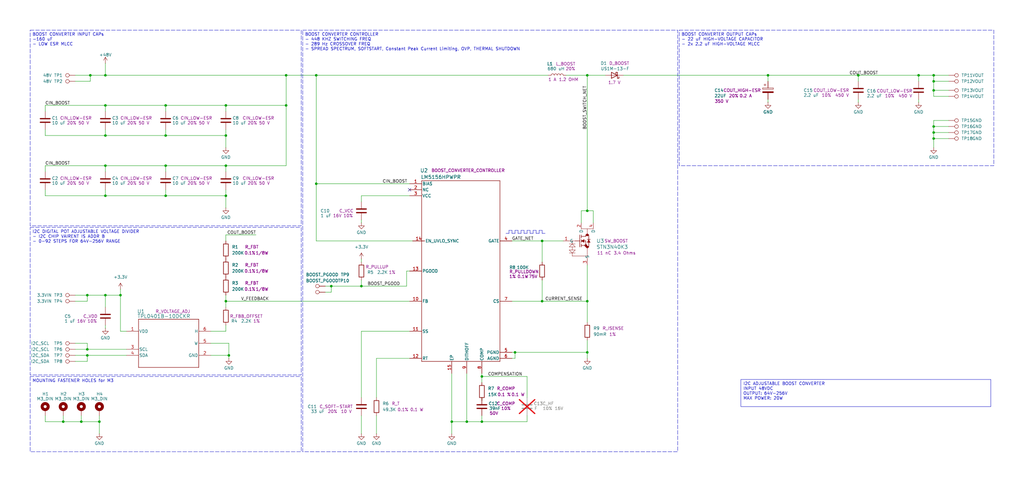
<source format=kicad_sch>
(kicad_sch (version 20250114) (generator "eeschema") (generator_version "9.0")
  (paper "User" 431.8 203.2)
  (title_block (title "Boost Converter Module") (date "2025-07-29") (rev "G") (company "Rack Robotics, Inc."))
  (text_box "BOOST CONVERTER CONTROLLER\n- 448 KHZ SWITCHING FREQ\n- 289 Hz CROSSOVER FREQ\n- SPREAD SPECTRUM, SOFTSTART, Constant Peak Current Limiting, OVP, THERMAL SHUTDOWN" (at 127.635 12.7 0) (size 158.115 177.8) (margins 0.9525 0.9525 0.9525 0.9525) (stroke (width 0) (type dash)) (effects (font (size 1.27 1.27)) (justify left top)))
  (text_box "BOOST CONVERTER INPUT CAPs\n-160 uF\n- LOW ESR MLCC" (at 12.7 12.7 0) (size 114.3 82.55) (margins 0.9525 0.9525 0.9525 0.9525) (stroke (width 0) (type dash)) (effects (font (size 1.27 1.27)) (justify left top)))
  (text_box "I2C DIGITAL POT ADJUSTABLE VOLTAGE DIVIDER\n- I2C CHIP VAIRENT IS ADDR B \n- 0-92 STEPS FOR 64V-256V RANGE" (at 12.7 95.885 0) (size 114.3 62.23) (margins 0.9525 0.9525 0.9525 0.9525) (stroke (width 0) (type dash)) (effects (font (size 1.27 1.27)) (justify left top)))
  (text_box "MOUNTING FASTENER HOLES for M3" (at 12.7 158.75 0) (size 114.3 31.75) (margins 0.9525 0.9525 0.9525 0.9525) (stroke (width 0) (type dash)) (effects (font (size 1.27 1.27)) (justify left top)))
  (text_box "BOOST CONVERTER OUTPUT CAPs\n- 22 uF HIGH-VOLTAGE CAPACITOR \n- 2x 2.2 uF HIGH-VOLTAGE MLCC" (at 286.385 12.7 0) (size 132.715 57.15) (margins 0.9525 0.9525 0.9525 0.9525) (stroke (width 0) (type dash)) (effects (font (size 1.27 1.27)) (justify left top)))
  (text_box "I2C ADJUSTABLE BOOST CONVERTER\nINPUT 48VDC\nOUTPUT: 64V-256V\nMAX POWER: 20W" (at 312.42 160.02 0) (size 105.41 11.43) (margins 0.9525 0.9525 0.9525 0.9525) (effects (font (size 1.27 1.27)) (justify left top)))
  (junction (at 228.6 127))
  (junction (at 95.25 44.45))
  (junction (at 69.85 57.15))
  (junction (at 50.8 124.46))
  (junction (at 44.45 57.15))
  (junction (at 44.45 31.75))
  (junction (at 387.35 31.75))
  (junction (at 44.45 82.55))
  (junction (at 393.7 58.42))
  (junction (at 247.65 88.9))
  (junction (at 120.65 31.75))
  (junction (at 95.25 57.15))
  (junction (at 95.25 82.55))
  (junction (at 69.85 69.85))
  (junction (at 95.25 127))
  (junction (at 393.7 53.34))
  (junction (at 36.83 124.46))
  (junction (at 361.95 31.75))
  (junction (at 393.7 55.88))
  (junction (at 34.29 177.8))
  (junction (at 96.52 149.86))
  (junction (at 393.7 31.75))
  (junction (at 41.91 177.8))
  (junction (at 152.4 120.65))
  (junction (at 393.7 38.1))
  (junction (at 133.35 77.47))
  (junction (at 69.85 82.55))
  (junction (at 323.85 31.75))
  (junction (at 120.65 44.45))
  (junction (at 247.65 31.75))
  (junction (at 196.85 177.8))
  (junction (at 38.1 31.75))
  (junction (at 36.83 149.86))
  (junction (at 44.45 69.85))
  (junction (at 190.5 177.8))
  (junction (at 139.7 120.65))
  (junction (at 247.65 148.59))
  (junction (at 247.65 127))
  (junction (at 203.2 158.75))
  (junction (at 203.2 177.8))
  (junction (at 133.35 31.75))
  (junction (at 36.83 147.32))
  (junction (at 69.85 44.45))
  (junction (at 393.7 34.29))
  (junction (at 95.25 69.85))
  (junction (at 217.17 148.59))
  (junction (at 44.45 124.46))
  (junction (at 228.6 101.6))
  (junction (at 44.45 44.45))
  (junction (at 26.67 177.8))
  (no_connect (at 172.72 80.01))
  (wire (pts (xy 323.85 34.29) (xy 323.85 31.75)))
  (wire (pts (xy 247.65 151.13) (xy 247.65 148.59)))
  (wire (pts (xy 31.75 152.4) (xy 36.83 152.4)))
  (wire (pts (xy 228.6 127) (xy 247.65 127)))
  (polyline (pts (xy 219.71 98.425) (xy 219.71 97.155)))
  (polyline (pts (xy 214.63 98.425) (xy 214.63 97.155)))
  (wire (pts (xy 152.4 120.65) (xy 171.45 120.65)))
  (wire (pts (xy 203.2 157.48) (xy 203.2 158.75)))
  (polyline (pts (xy 217.17 98.425) (xy 217.17 97.155)))
  (polyline (pts (xy 226.06 98.425) (xy 227.33 98.425)))
  (wire (pts (xy 323.85 31.75) (xy 361.95 31.75)))
  (wire (pts (xy 19.05 44.45) (xy 19.05 46.99)))
  (wire (pts (xy 262.89 31.75) (xy 323.85 31.75)))
  (wire (pts (xy 44.45 31.75) (xy 44.45 26.67)))
  (wire (pts (xy 133.35 77.47) (xy 133.35 101.6)))
  (polyline (pts (xy 218.44 98.425) (xy 219.71 98.425)))
  (wire (pts (xy 247.65 31.75) (xy 255.27 31.75)))
  (wire (pts (xy 158.75 175.26) (xy 158.75 182.88)))
  (wire (pts (xy 44.45 54.61) (xy 44.45 57.15)))
  (wire (pts (xy 222.25 175.26) (xy 222.25 177.8)))
  (wire (pts (xy 41.91 175.26) (xy 41.91 177.8)))
  (wire (pts (xy 152.4 139.7) (xy 172.72 139.7)))
  (wire (pts (xy 361.95 31.75) (xy 387.35 31.75)))
  (wire (pts (xy 215.9 101.6) (xy 228.6 101.6)))
  (wire (pts (xy 38.1 31.75) (xy 38.1 34.29)))
  (wire (pts (xy 393.7 40.64) (xy 393.7 38.1)))
  (wire (pts (xy 133.35 77.47) (xy 172.72 77.47)))
  (wire (pts (xy 222.25 158.75) (xy 203.2 158.75)))
  (wire (pts (xy 247.65 148.59) (xy 217.17 148.59)))
  (wire (pts (xy 38.1 31.75) (xy 44.45 31.75)))
  (wire (pts (xy 190.5 177.8) (xy 190.5 182.88)))
  (wire (pts (xy 152.4 85.09) (xy 152.4 82.55)))
  (wire (pts (xy 228.6 118.11) (xy 228.6 127)))
  (wire (pts (xy 36.83 152.4) (xy 36.83 149.86)))
  (wire (pts (xy 323.85 41.91) (xy 323.85 43.18)))
  (wire (pts (xy 133.35 31.75) (xy 120.65 31.75)))
  (wire (pts (xy 69.85 57.15) (xy 44.45 57.15)))
  (polyline (pts (xy 226.06 97.155) (xy 226.06 98.425)))
  (polyline (pts (xy 228.6 98.425) (xy 229.87 98.425)))
  (polyline (pts (xy 220.98 97.155) (xy 220.98 98.425)))
  (wire (pts (xy 95.25 72.39) (xy 95.25 69.85)))
  (wire (pts (xy 44.45 137.16) (xy 44.45 138.43)))
  (polyline (pts (xy 222.25 97.155) (xy 223.52 97.155)))
  (wire (pts (xy 36.83 124.46) (xy 44.45 124.46)))
  (wire (pts (xy 31.75 124.46) (xy 36.83 124.46)))
  (wire (pts (xy 120.65 69.85) (xy 95.25 69.85)))
  (wire (pts (xy 44.45 44.45) (xy 19.05 44.45)))
  (wire (pts (xy 26.67 177.8) (xy 34.29 177.8)))
  (polyline (pts (xy 228.6 97.155) (xy 228.6 98.425)))
  (wire (pts (xy 88.9 139.7) (xy 95.25 139.7)))
  (wire (pts (xy 69.85 69.85) (xy 69.85 72.39)))
  (wire (pts (xy 34.29 177.8) (xy 41.91 177.8)))
  (wire (pts (xy 217.17 148.59) (xy 215.9 148.59)))
  (wire (pts (xy 95.25 137.16) (xy 95.25 139.7)))
  (wire (pts (xy 95.25 82.55) (xy 69.85 82.55)))
  (wire (pts (xy 95.25 80.01) (xy 95.25 82.55)))
  (polyline (pts (xy 224.79 98.425) (xy 224.79 97.155)))
  (wire (pts (xy 247.65 127) (xy 247.65 135.89)))
  (wire (pts (xy 247.65 111.76) (xy 247.65 127)))
  (wire (pts (xy 88.9 144.78) (xy 96.52 144.78)))
  (wire (pts (xy 50.8 121.92) (xy 50.8 124.46)))
  (wire (pts (xy 34.29 175.26) (xy 34.29 177.8)))
  (wire (pts (xy 133.35 77.47) (xy 133.35 31.75)))
  (wire (pts (xy 31.75 34.29) (xy 38.1 34.29)))
  (wire (pts (xy 95.25 57.15) (xy 69.85 57.15)))
  (wire (pts (xy 95.25 69.85) (xy 69.85 69.85)))
  (wire (pts (xy 88.9 149.86) (xy 96.52 149.86)))
  (polyline (pts (xy 223.52 97.155) (xy 223.52 98.425)))
  (polyline (pts (xy 227.33 98.425) (xy 227.33 97.155)))
  (wire (pts (xy 400.05 55.88) (xy 393.7 55.88)))
  (wire (pts (xy 69.85 44.45) (xy 69.85 46.99)))
  (polyline (pts (xy 218.44 97.155) (xy 218.44 98.425)))
  (polyline (pts (xy 219.71 97.155) (xy 220.98 97.155)))
  (wire (pts (xy 172.72 114.3) (xy 171.45 114.3)))
  (wire (pts (xy 120.65 44.45) (xy 120.65 69.85)))
  (wire (pts (xy 50.8 124.46) (xy 50.8 139.7)))
  (wire (pts (xy 361.95 34.29) (xy 361.95 31.75)))
  (wire (pts (xy 152.4 118.11) (xy 152.4 120.65)))
  (polyline (pts (xy 224.79 97.155) (xy 226.06 97.155)))
  (wire (pts (xy 69.85 82.55) (xy 44.45 82.55)))
  (wire (pts (xy 158.75 167.64) (xy 158.75 151.13)))
  (wire (pts (xy 222.25 167.64) (xy 222.25 158.75)))
  (wire (pts (xy 247.65 88.9) (xy 250.19 88.9)))
  (wire (pts (xy 196.85 157.48) (xy 196.85 177.8)))
  (wire (pts (xy 44.45 80.01) (xy 44.45 82.55)))
  (wire (pts (xy 95.25 127) (xy 95.25 129.54)))
  (wire (pts (xy 190.5 157.48) (xy 190.5 177.8)))
  (wire (pts (xy 250.19 93.98) (xy 250.19 88.9)))
  (wire (pts (xy 69.85 54.61) (xy 69.85 57.15)))
  (wire (pts (xy 107.95 99.06) (xy 95.25 99.06)))
  (wire (pts (xy 228.6 101.6) (xy 228.6 110.49)))
  (wire (pts (xy 95.25 54.61) (xy 95.25 57.15)))
  (wire (pts (xy 152.4 175.26) (xy 152.4 182.88)))
  (wire (pts (xy 44.45 69.85) (xy 44.45 72.39)))
  (wire (pts (xy 133.35 101.6) (xy 173.99 101.6)))
  (wire (pts (xy 95.25 57.15) (xy 95.25 62.23)))
  (wire (pts (xy 44.45 124.46) (xy 44.45 129.54)))
  (wire (pts (xy 139.7 123.19) (xy 139.7 120.65)))
  (wire (pts (xy 69.85 69.85) (xy 44.45 69.85)))
  (wire (pts (xy 95.25 44.45) (xy 69.85 44.45)))
  (wire (pts (xy 120.65 31.75) (xy 120.65 44.45)))
  (wire (pts (xy 96.52 144.78) (xy 96.52 149.86)))
  (wire (pts (xy 203.2 158.75) (xy 203.2 161.29)))
  (wire (pts (xy 393.7 58.42) (xy 400.05 58.42)))
  (polyline (pts (xy 215.9 98.425) (xy 217.17 98.425)))
  (wire (pts (xy 44.45 124.46) (xy 50.8 124.46)))
  (wire (pts (xy 31.75 144.78) (xy 36.83 144.78)))
  (wire (pts (xy 95.25 99.06) (xy 95.25 101.6)))
  (wire (pts (xy 95.25 124.46) (xy 95.25 127)))
  (wire (pts (xy 387.35 31.75) (xy 387.35 34.29)))
  (wire (pts (xy 238.76 31.75) (xy 247.65 31.75)))
  (wire (pts (xy 393.7 34.29) (xy 393.7 31.75)))
  (wire (pts (xy 139.7 120.65) (xy 152.4 120.65)))
  (wire (pts (xy 245.11 88.9) (xy 247.65 88.9)))
  (wire (pts (xy 393.7 38.1) (xy 393.7 34.29)))
  (wire (pts (xy 137.16 120.65) (xy 139.7 120.65)))
  (wire (pts (xy 215.9 151.13) (xy 217.17 151.13)))
  (wire (pts (xy 393.7 50.8) (xy 400.05 50.8)))
  (wire (pts (xy 393.7 53.34) (xy 393.7 55.88)))
  (wire (pts (xy 152.4 92.71) (xy 152.4 93.98)))
  (wire (pts (xy 31.75 149.86) (xy 36.83 149.86)))
  (wire (pts (xy 393.7 53.34) (xy 400.05 53.34)))
  (wire (pts (xy 41.91 177.8) (xy 41.91 182.88)))
  (polyline (pts (xy 214.63 97.155) (xy 215.9 97.155)))
  (wire (pts (xy 137.16 123.19) (xy 139.7 123.19)))
  (wire (pts (xy 196.85 177.8) (xy 203.2 177.8)))
  (wire (pts (xy 95.25 46.99) (xy 95.25 44.45)))
  (wire (pts (xy 158.75 151.13) (xy 172.72 151.13)))
  (wire (pts (xy 31.75 147.32) (xy 36.83 147.32)))
  (wire (pts (xy 387.35 41.91) (xy 387.35 43.18)))
  (wire (pts (xy 217.17 151.13) (xy 217.17 148.59)))
  (polyline (pts (xy 217.17 97.155) (xy 218.44 97.155)))
  (wire (pts (xy 95.25 127) (xy 172.72 127)))
  (polyline (pts (xy 223.52 98.425) (xy 224.79 98.425)))
  (wire (pts (xy 222.25 177.8) (xy 203.2 177.8)))
  (wire (pts (xy 400.05 34.29) (xy 393.7 34.29)))
  (polyline (pts (xy 215.9 97.155) (xy 215.9 98.425)))
  (polyline (pts (xy 222.25 98.425) (xy 222.25 97.155)))
  (wire (pts (xy 44.45 57.15) (xy 19.05 57.15)))
  (wire (pts (xy 393.7 31.75) (xy 400.05 31.75)))
  (wire (pts (xy 215.9 127) (xy 228.6 127)))
  (wire (pts (xy 152.4 109.22) (xy 152.4 110.49)))
  (wire (pts (xy 36.83 144.78) (xy 36.83 147.32)))
  (wire (pts (xy 190.5 177.8) (xy 196.85 177.8)))
  (wire (pts (xy 400.05 40.64) (xy 393.7 40.64)))
  (polyline (pts (xy 227.33 97.155) (xy 228.6 97.155)))
  (wire (pts (xy 133.35 31.75) (xy 231.14 31.75)))
  (polyline (pts (xy 220.98 98.425) (xy 222.25 98.425)))
  (wire (pts (xy 203.2 175.26) (xy 203.2 177.8)))
  (wire (pts (xy 19.05 54.61) (xy 19.05 57.15)))
  (wire (pts (xy 19.05 80.01) (xy 19.05 82.55)))
  (wire (pts (xy 31.75 31.75) (xy 38.1 31.75)))
  (wire (pts (xy 245.11 93.98) (xy 245.11 88.9)))
  (wire (pts (xy 31.75 127) (xy 36.83 127)))
  (wire (pts (xy 69.85 80.01) (xy 69.85 82.55)))
  (wire (pts (xy 387.35 31.75) (xy 393.7 31.75)))
  (wire (pts (xy 36.83 149.86) (xy 53.34 149.86)))
  (wire (pts (xy 19.05 175.26) (xy 19.05 177.8)))
  (wire (pts (xy 361.95 41.91) (xy 361.95 43.18)))
  (wire (pts (xy 228.6 101.6) (xy 237.49 101.6)))
  (wire (pts (xy 44.45 31.75) (xy 120.65 31.75)))
  (polyline (pts (xy 213.36 98.425) (xy 214.63 98.425)))
  (wire (pts (xy 19.05 69.85) (xy 19.05 72.39)))
  (wire (pts (xy 96.52 149.86) (xy 96.52 151.13)))
  (wire (pts (xy 50.8 139.7) (xy 53.34 139.7)))
  (wire (pts (xy 203.2 167.64) (xy 203.2 168.91)))
  (wire (pts (xy 393.7 53.34) (xy 393.7 50.8)))
  (wire (pts (xy 247.65 31.75) (xy 247.65 88.9)))
  (wire (pts (xy 44.45 44.45) (xy 44.45 46.99)))
  (wire (pts (xy 152.4 82.55) (xy 172.72 82.55)))
  (wire (pts (xy 247.65 143.51) (xy 247.65 148.59)))
  (wire (pts (xy 393.7 58.42) (xy 393.7 62.23)))
  (wire (pts (xy 152.4 139.7) (xy 152.4 167.64)))
  (wire (pts (xy 36.83 147.32) (xy 53.34 147.32)))
  (wire (pts (xy 26.67 175.26) (xy 26.67 177.8)))
  (wire (pts (xy 400.05 38.1) (xy 393.7 38.1)))
  (wire (pts (xy 44.45 69.85) (xy 19.05 69.85)))
  (wire (pts (xy 44.45 82.55) (xy 19.05 82.55)))
  (wire (pts (xy 19.05 177.8) (xy 26.67 177.8)))
  (wire (pts (xy 171.45 114.3) (xy 171.45 120.65)))
  (wire (pts (xy 36.83 127) (xy 36.83 124.46)))
  (wire (pts (xy 95.25 82.55) (xy 95.25 87.63)))
  (wire (pts (xy 69.85 44.45) (xy 44.45 44.45)))
  (wire (pts (xy 393.7 55.88) (xy 393.7 58.42)))
  (wire (pts (xy 95.25 44.45) (xy 120.65 44.45)))
  (label "V_FEEDBACK" (at 101.6 127 0))
  (label "CIN_BOOST" (at 19.05 44.45 0))
  (label "COMPENSATION" (at 205.74 158.75 0))
  (label "CURRENT_SENSE" (at 229.87 127 0))
  (label "BOOST_PGOOD" (at 154.94 120.65 0))
  (label "CIN_BOOST" (at 161.29 77.47 0))
  (label "CIN_BOOST" (at 19.05 69.85 0))
  (label "BOOST_SWITCH_NET" (at 247.65 54.61 90))
  (label "GATE_NET" (at 215.9 101.6 0))
  (label "COUT_BOOST" (at 107.95 99.06 180))
  (label "COUT_BOOST" (at 358.14 31.75 0))
  (symbol (lib_id "power:GND") (at 361.95 43.18 0) (unit 1)
    (property "Reference" "#PWR015" (effects (hide yes)))
    (property "Value" "GND" (at 361.95 47.244 0))
    (property "Description" "Power symbol creates a global label with name \"GND\" , ground" (effects (hide yes)))
  )
  (symbol (lib_id "Connector:TestPoint") (at 400.05 50.8 270) (unit 1) (in_bom no)
    (property "Reference" "TP15" (at 405.384 50.8 90) (effects (justify left)))
    (property "Value" "GND" (at 409.956 50.8 90) (effects (justify left)))
    (property "Footprint" "powercore-development:TestPoint_TestPoint_Pad_2.0x2.0mm_No_Silkscreen" (effects (hide yes)))
    (property "Datasheet" "NULL" (effects (hide yes)))
    (property "Description" "NULL" (effects (hide yes)))
    (property "Manufacturer" "NULL" (effects (hide yes)))
    (property "Manufacturer#" "NULL" (effects (hide yes)))
    (property "Distributor" "NULL" (effects (hide yes)))
    (property "Distributor#" "NULL" (effects (hide yes)))
    (property "Role" "NULL" (effects (hide yes)))
  )
  (symbol (lib_id "Connector:TestPoint") (at 31.75 152.4 90) (unit 1) (in_bom no)
    (property "Reference" "TP8" (at 26.416 152.4 90) (effects (justify left)))
    (property "Value" "I2C_SDA" (at 20.828 152.4 90) (effects (justify left)))
    (property "Footprint" "powercore-development:TestPoint_TestPoint_Pad_2.0x2.0mm_No_Silkscreen" (effects (hide yes)))
    (property "Datasheet" "NULL" (effects (hide yes)))
    (property "Description" "NULL" (effects (hide yes)))
    (property "Manufacturer" "NULL" (effects (hide yes)))
    (property "Manufacturer#" "NULL" (effects (hide yes)))
    (property "Distributor" "NULL" (effects (hide yes)))
    (property "Distributor#" "NULL" (effects (hide yes)))
    (property "Role" "NULL" (effects (hide yes)))
  )
  (symbol (lib_id "Connector:TestPoint") (at 137.16 120.65 90) (unit 1) (in_bom no)
    (property "Reference" "TP9" (at 147.32 115.824 90) (effects (justify left)))
    (property "Value" "BOOST_PGOOD" (at 142.748 115.824 90) (effects (justify left)))
    (property "Footprint" "powercore-development:TestPoint_TestPoint_Pad_2.0x2.0mm_No_Silkscreen" (effects (hide yes)))
    (property "Datasheet" "NULL" (effects (hide yes)))
    (property "Description" "NULL" (effects (hide yes)))
    (property "Manufacturer" "NULL" (effects (hide yes)))
    (property "Manufacturer#" "NULL" (effects (hide yes)))
    (property "Distributor" "NULL" (effects (hide yes)))
    (property "Distributor#" "NULL" (effects (hide yes)))
    (property "Role" "NULL" (effects (hide yes)))
  )
  (symbol (lib_id "Device:C") (at 69.85 50.8 0) (unit 1)
    (property "Reference" "C6" (at 72.644 49.784 0) (effects (justify left)))
    (property "Value" "10 uF" (at 72.644 51.816 0) (effects (justify left)))
    (property "Footprint" "Capacitor_SMD:C_1206_3216Metric" (effects (hide yes)))
    (property "Datasheet" "https://mm.digikey.com/Volume0/opasdata/d220001/medias/docus/6358/CL31A106MBHNNNE.pdf" (effects (hide yes)))
    (property "Description" "10 µF ±20% 50V Ceramic Capacitor X5R 1206 (3216 Metric)" (effects (hide yes)))
    (property "Manufacturer" "Samsung Electro-Mechanics" (effects (hide yes)))
    (property "Manufacturer#" "CL31A106MBHNNNE" (effects (hide yes)))
    (property "Distributor" "Digikey Electronics, Inc." (effects (hide yes)))
    (property "Distributor#" "1276-6736-1-ND" (effects (hide yes)))
    (property "Role" "CIN_LOW-ESR" (at 82.804 49.784 0))
    (property "Tolerance" "20%" (at 81.026 51.816 0))
    (property "Max Voltage" "50 V" (at 86.106 51.816 0))
    (property "LCSC Part #" "C96600" (effects (hide yes)))
  )
  (symbol (lib_id "Mechanical:MountingHole_Pad") (at 26.67 172.72 0) (unit 1) (exclude_from_sim yes) (in_bom no)
    (property "Reference" "H2" (at 25.4 166.116 0) (effects (justify left)))
    (property "Value" "M3_DIN" (at 23.114 168.148 0) (effects (justify left)))
    (property "Footprint" "MountingHole:MountingHole_3.2mm_M3_DIN965_Pad_TopBottom" (effects (hide yes)))
    (property "Datasheet" "NULL" (effects (hide yes)))
    (property "Description" "M3 Mounting hole with op & bottom pads exposed" (effects (hide yes)))
    (property "Manufacturer" "NULL" (effects (hide yes)))
    (property "Manufacturer#" "NULL" (effects (hide yes)))
    (property "Distributor" "NULL" (effects (hide yes)))
    (property "Distributor#" "NULL" (effects (hide yes)))
    (property "Role" "NULL" (effects (hide yes)))
  )
  (symbol (lib_id "power:GND") (at 393.7 62.23 0) (unit 1)
    (property "Reference" "#PWR017" (effects (hide yes)))
    (property "Value" "GND" (at 393.7 66.294 0))
    (property "Description" "Power symbol creates a global label with name \"GND\" , ground" (effects (hide yes)))
  )
  (symbol (lib_id "Mechanical:MountingHole_Pad") (at 19.05 172.72 0) (unit 1) (exclude_from_sim yes) (in_bom no)
    (property "Reference" "H1" (at 17.78 166.116 0) (effects (justify left)))
    (property "Value" "M3_DIN" (at 15.494 168.148 0) (effects (justify left)))
    (property "Footprint" "MountingHole:MountingHole_3.2mm_M3_DIN965_Pad_TopBottom" (effects (hide yes)))
    (property "Datasheet" "NULL" (effects (hide yes)))
    (property "Description" "M3 Mounting hole with op & bottom pads exposed" (effects (hide yes)))
    (property "Manufacturer" "NULL" (effects (hide yes)))
    (property "Manufacturer#" "NULL" (effects (hide yes)))
    (property "Distributor" "NULL" (effects (hide yes)))
    (property "Distributor#" "NULL" (effects (hide yes)))
    (property "Role" "NULL" (effects (hide yes)))
  )
  (symbol (lib_id "Device:C") (at 387.35 38.1 0) (unit 1)
    (property "Reference" "C16" (at 365.506 38.354 0) (effects (justify left)))
    (property "Value" "2.2 uF" (at 365.506 40.386 0) (effects (justify left)))
    (property "Footprint" "Capacitor_SMD:C_2220_5750Metric" (effects (hide yes)))
    (property "Datasheet" "https://product.tdk.com/en/system/files?file=dam/doc/product/capacitor/ceramic/mlcc/catalog/mlcc_commercial_midvoltage_en.pdf" (effects (hide yes)))
    (property "Description" "2.2 µF ±10% 450V Ceramic Capacitor X6S 2220 (5750 Metric)" (effects (hide yes)))
    (property "Manufacturer" "TDK Corporation" (effects (hide yes)))
    (property "Manufacturer#" "TDK Corporation" (effects (hide yes)))
    (property "Distributor" "Digikey Electronics, Inc." (effects (hide yes)))
    (property "Distributor#" "445-7781-1-ND" (effects (hide yes)))
    (property "Role" "COUT_LOW-ESR" (at 377.19 38.354 0))
    (property "Tolerance" "10%" (at 375.158 40.386 0))
    (property "Ripple Current Max" "NULL" (effects (hide yes)))
    (property "Max Voltage" "450 V" (at 381.762 40.386 0))
    (property "LCSC Part #" "C445674" (effects (hide yes)))
  )
  (symbol (lib_id "Device:C") (at 69.85 76.2 0) (unit 1)
    (property "Reference" "C7" (at 72.644 75.184 0) (effects (justify left)))
    (property "Value" "10 uF" (at 72.644 77.216 0) (effects (justify left)))
    (property "Footprint" "Capacitor_SMD:C_1206_3216Metric" (effects (hide yes)))
    (property "Datasheet" "https://mm.digikey.com/Volume0/opasdata/d220001/medias/docus/6358/CL31A106MBHNNNE.pdf" (effects (hide yes)))
    (property "Description" "10 µF ±20% 50V Ceramic Capacitor X5R 1206 (3216 Metric)" (effects (hide yes)))
    (property "Manufacturer" "Samsung Electro-Mechanics" (effects (hide yes)))
    (property "Manufacturer#" "CL31A106MBHNNNE" (effects (hide yes)))
    (property "Distributor" "Digikey Electronics, Inc." (effects (hide yes)))
    (property "Distributor#" "1276-6736-1-ND" (effects (hide yes)))
    (property "Role" "CIN_LOW-ESR" (at 82.804 75.184 0))
    (property "Tolerance" "20%" (at 81.026 77.216 0))
    (property "Max Voltage" "50 V" (at 86.106 77.216 0))
    (property "LCSC Part #" "C96600" (effects (hide yes)))
  )
  (symbol (lib_id "Device:C") (at 19.05 50.8 0) (unit 1)
    (property "Reference" "C1" (at 21.844 49.784 0) (effects (justify left)))
    (property "Value" "10 uF" (at 21.844 51.816 0) (effects (justify left)))
    (property "Footprint" "Capacitor_SMD:C_1206_3216Metric" (effects (hide yes)))
    (property "Datasheet" "https://mm.digikey.com/Volume0/opasdata/d220001/medias/docus/6358/CL31A106MBHNNNE.pdf" (effects (hide yes)))
    (property "Description" "10 µF ±20% 50V Ceramic Capacitor X5R 1206 (3216 Metric)" (effects (hide yes)))
    (property "Manufacturer" "Samsung Electro-Mechanics" (effects (hide yes)))
    (property "Manufacturer#" "CL31A106MBHNNNE" (effects (hide yes)))
    (property "Distributor" "Digikey Electronics, Inc." (effects (hide yes)))
    (property "Distributor#" "1276-6736-1-ND" (effects (hide yes)))
    (property "Role" "CIN_LOW-ESR" (at 32.004 49.784 0))
    (property "Tolerance" "20%" (at 30.226 51.816 0))
    (property "Max Voltage" "50 V" (at 35.306 51.816 0))
    (property "LCSC Part #" "C96600" (effects (hide yes)))
  )
  (symbol (lib_id "Device:D_Schottky") (at 259.08 31.75 180) (unit 1)
    (property "Reference" "D1" (at 254.5715 26.67 0))
    (property "Value" "US1M-13-F" (at 259.334 28.956 0))
    (property "Footprint" "Diode_SMD:D_SMA" (effects (hide yes)))
    (property "Datasheet" "https://www.diodes.com/assets/Datasheets/ds16008.pdf" (effects (hide yes)))
    (property "Description" "DIODE GEN PURP 1KV 1A SMA" (effects (hide yes)))
    (property "Manufacturer" "Diodes Incorporated" (effects (hide yes)))
    (property "Manufacturer#" "US1M-13-F" (effects (hide yes)))
    (property "Distributor" "Digikey Electronics, Inc." (effects (hide yes)))
    (property "Distributor#" "US1M-FDICT-ND" (effects (hide yes)))
    (property "Role" "D_BOOST" (at 261.112 26.67 0))
    (property "Forward Voltage" "1.7 V" (at 259.08 34.798 0))
    (property "LCSC Part #" "C99333" (effects (hide yes)))
  )
  (symbol (lib_id "Mechanical:MountingHole_Pad") (at 41.91 172.72 0) (unit 1) (exclude_from_sim yes) (in_bom no)
    (property "Reference" "H4" (at 40.64 166.116 0) (effects (justify left)))
    (property "Value" "M3_DIN" (at 38.354 168.148 0) (effects (justify left)))
    (property "Footprint" "MountingHole:MountingHole_3.2mm_M3_DIN965_Pad_TopBottom" (effects (hide yes)))
    (property "Datasheet" "NULL" (effects (hide yes)))
    (property "Description" "M3 Mounting hole with op & bottom pads exposed" (effects (hide yes)))
    (property "Manufacturer" "NULL" (effects (hide yes)))
    (property "Manufacturer#" "NULL" (effects (hide yes)))
    (property "Distributor" "NULL" (effects (hide yes)))
    (property "Distributor#" "NULL" (effects (hide yes)))
    (property "Role" "NULL" (effects (hide yes)))
  )
  (symbol (lib_id "powercore-development:TPL0401B-10DCKR") (at 71.12 144.78 0) (unit 1)
    (property "Reference" "U1" (at 59.436 131.318 0) (effects (font (size 1.524 1.524))))
    (property "Value" "TPL0401B-10DCKR" (at 69.088 133.35 0) (effects (font (size 1.524 1.524))))
    (property "Footprint" "powercore-development:TPL0401B-10DCKR" (effects (hide yes)))
    (property "Datasheet" "https://www.ti.com/general/docs/suppproductinfo.tsp?distId=10&gotoUrl=https%3A%2F%2Fwww.ti.com%2Flit%2Fgpn%2Ftpl0401b-10" (effects (hide yes)))
    (property "Description" "Digital Potentiometer 10k Ohm 1 Circuit 128 Taps I2C Interface SC-70-6" (effects (hide yes)))
    (property "Manufacturer" "Texas Instruments" (effects (hide yes)))
    (property "Manufacturer#" "TPL0401B-10DCKR" (effects (hide yes)))
    (property "Distributor" "Digikey Electronics, Inc." (effects (hide yes)))
    (property "Distributor#" "296-29677-1-ND" (effects (hide yes)))
    (property "Role" "R_VOLTAGE_ADJ" (at 72.898 131.318 0))
    (property "LCSC Part #" "C2666599" (effects (hide yes)))
  )
  (symbol (lib_id "power:GND") (at 190.5 182.88 0) (unit 1)
    (property "Reference" "#PWR012" (effects (hide yes)))
    (property "Value" "GND" (at 190.5 186.944 0))
    (property "Description" "Power symbol creates a global label with name \"GND\" , ground" (effects (hide yes)))
  )
  (symbol (lib_id "Connector:TestPoint") (at 31.75 144.78 90) (unit 1) (in_bom no)
    (property "Reference" "TP5" (at 26.416 144.78 90) (effects (justify left)))
    (property "Value" "I2C_SCL" (at 20.828 144.78 90) (effects (justify left)))
    (property "Footprint" "powercore-development:TestPoint_TestPoint_Pad_2.0x2.0mm_No_Silkscreen" (effects (hide yes)))
    (property "Datasheet" "NULL" (effects (hide yes)))
    (property "Description" "NULL" (effects (hide yes)))
    (property "Manufacturer" "NULL" (effects (hide yes)))
    (property "Manufacturer#" "NULL" (effects (hide yes)))
    (property "Distributor" "NULL" (effects (hide yes)))
    (property "Distributor#" "NULL" (effects (hide yes)))
    (property "Role" "NULL" (effects (hide yes)))
  )
  (symbol (lib_id "Connector:TestPoint") (at 400.05 40.64 270) (unit 1) (in_bom no)
    (property "Reference" "TP14" (at 405.384 40.64 90) (effects (justify left)))
    (property "Value" "VOUT" (at 409.956 40.64 90) (effects (justify left)))
    (property "Footprint" "powercore-development:TestPoint_TestPoint_Pad_2.0x2.0mm_No_Silkscreen" (effects (hide yes)))
    (property "Datasheet" "NULL" (effects (hide yes)))
    (property "Description" "NULL" (effects (hide yes)))
    (property "Manufacturer" "NULL" (effects (hide yes)))
    (property "Manufacturer#" "NULL" (effects (hide yes)))
    (property "Distributor" "NULL" (effects (hide yes)))
    (property "Distributor#" "NULL" (effects (hide yes)))
    (property "Role" "NULL" (effects (hide yes)))
  )
  (symbol (lib_id "Connector:TestPoint") (at 31.75 127 90) (unit 1) (in_bom no)
    (property "Reference" "TP4" (at 26.416 127 90) (effects (justify left)))
    (property "Value" "3.3VIN" (at 21.844 127 90) (effects (justify left)))
    (property "Footprint" "powercore-development:TestPoint_TestPoint_Pad_2.0x2.0mm_No_Silkscreen" (effects (hide yes)))
    (property "Datasheet" "NULL" (effects (hide yes)))
    (property "Description" "NULL" (effects (hide yes)))
    (property "Manufacturer" "NULL" (effects (hide yes)))
    (property "Manufacturer#" "NULL" (effects (hide yes)))
    (property "Distributor" "NULL" (effects (hide yes)))
    (property "Distributor#" "NULL" (effects (hide yes)))
    (property "Role" "NULL" (effects (hide yes)))
  )
  (symbol (lib_id "Device:R") (at 247.65 139.7 0) (unit 1)
    (property "Reference" "R9" (at 250.19 138.4299 0) (effects (justify left)))
    (property "Value" "90mR" (at 250.19 140.9699 0) (effects (justify left)))
    (property "Footprint" "Resistor_SMD:R_1206_3216Metric" (effects (hide yes)))
    (property "Datasheet" "https://www.yageo.com/upload/media/product/app/datasheet/rchip/pyu-rl_group_521_rohs_l.pdf" (effects (hide yes)))
    (property "Description" "90 mOhms ±1% 0.25W, 1/4W Chip Resistor 1206 (3216 Metric) Current Sense Thick Film" (effects (hide yes)))
    (property "Manufacturer" "YAGEO" (effects (hide yes)))
    (property "Manufacturer#" "RL1206FR-070R09L" (effects (hide yes)))
    (property "Distributor" "Digikey Electronics, Inc." (effects (hide yes)))
    (property "Distributor#" "13-RL1206FR-070R09LCT-ND" (effects (hide yes)))
    (property "Role" "R_ISENSE" (at 258.572 138.43 0))
    (property "Tolerance" "1%" (at 258.318 140.97 0))
    (property "Power" "0.25 W" (effects (hide yes)))
    (property "LCSC Part #" "C375525" (effects (hide yes)))
  )
  (symbol (lib_id "power:GND") (at 387.35 43.18 0) (unit 1)
    (property "Reference" "#PWR016" (effects (hide yes)))
    (property "Value" "GND" (at 387.35 47.244 0))
    (property "Description" "Power symbol creates a global label with name \"GND\" , ground" (effects (hide yes)))
  )
  (symbol (lib_id "Device:C") (at 44.45 50.8 0) (unit 1)
    (property "Reference" "C3" (at 47.244 49.784 0) (effects (justify left)))
    (property "Value" "10 uF" (at 47.244 51.816 0) (effects (justify left)))
    (property "Footprint" "Capacitor_SMD:C_1206_3216Metric" (effects (hide yes)))
    (property "Datasheet" "https://mm.digikey.com/Volume0/opasdata/d220001/medias/docus/6358/CL31A106MBHNNNE.pdf" (effects (hide yes)))
    (property "Description" "10 µF ±20% 50V Ceramic Capacitor X5R 1206 (3216 Metric)" (effects (hide yes)))
    (property "Manufacturer" "Samsung Electro-Mechanics" (effects (hide yes)))
    (property "Manufacturer#" "CL31A106MBHNNNE" (effects (hide yes)))
    (property "Distributor" "Digikey Electronics, Inc." (effects (hide yes)))
    (property "Distributor#" "1276-6736-1-ND" (effects (hide yes)))
    (property "Role" "CIN_LOW-ESR" (at 57.404 49.784 0))
    (property "Tolerance" "20%" (at 55.626 51.816 0))
    (property "Max Voltage" "50 V" (at 60.706 51.816 0))
    (property "LCSC Part #" "C96600" (effects (hide yes)))
  )
  (symbol (lib_id "Connector:TestPoint") (at 400.05 34.29 270) (unit 1) (in_bom no)
    (property "Reference" "TP12" (at 405.384 34.29 90) (effects (justify left)))
    (property "Value" "VOUT" (at 409.956 34.29 90) (effects (justify left)))
    (property "Footprint" "powercore-development:TestPoint_TestPoint_Pad_2.0x2.0mm_No_Silkscreen" (effects (hide yes)))
    (property "Datasheet" "NULL" (effects (hide yes)))
    (property "Description" "NULL" (effects (hide yes)))
    (property "Manufacturer" "NULL" (effects (hide yes)))
    (property "Manufacturer#" "NULL" (effects (hide yes)))
    (property "Distributor" "NULL" (effects (hide yes)))
    (property "Distributor#" "NULL" (effects (hide yes)))
    (property "Role" "NULL" (effects (hide yes)))
  )
  (symbol (lib_id "Connector:TestPoint") (at 31.75 149.86 90) (unit 1) (in_bom no)
    (property "Reference" "TP7" (at 26.416 149.86 90) (effects (justify left)))
    (property "Value" "I2C_SDA" (at 20.828 149.86 90) (effects (justify left)))
    (property "Footprint" "powercore-development:TestPoint_TestPoint_Pad_2.0x2.0mm_No_Silkscreen" (effects (hide yes)))
    (property "Datasheet" "NULL" (effects (hide yes)))
    (property "Description" "NULL" (effects (hide yes)))
    (property "Manufacturer" "NULL" (effects (hide yes)))
    (property "Manufacturer#" "NULL" (effects (hide yes)))
    (property "Distributor" "NULL" (effects (hide yes)))
    (property "Distributor#" "NULL" (effects (hide yes)))
    (property "Role" "NULL" (effects (hide yes)))
  )
  (symbol (lib_id "Device:R") (at 152.4 114.3 0) (mirror y) (unit 1)
    (property "Reference" "R5" (at 156.21 114.808 0))
    (property "Value" "2.2K" (at 161.29 114.808 0))
    (property "Footprint" "Resistor_SMD:R_0603_1608Metric" (effects (hide yes)))
    (property "Datasheet" "https://www.yageo.com/upload/media/product/products/datasheet/rchip/PYu-RC_Group_51_RoHS_L_12.pdf" (effects (hide yes)))
    (property "Description" "2.2 kOhms ±1% 0.1W, 1/10W Chip Resistor 0603 (1608 Metric) Moisture Resistant Thick Film" (effects (hide yes)))
    (property "Manufacturer" "YAGEO" (effects (hide yes)))
    (property "Tolerance" "1%" (at 165.354 114.808 0))
    (property "Role" "R_PULLUP" (at 159.004 112.522 0))
    (property "Manufacturer#" "13-RC0603FR-132K2LCT-ND" (effects (hide yes)))
    (property "Distributor" "Digikey Electronics, Inc." (effects (hide yes)))
    (property "Distributor#" "13-RC0603FR-132K2LCT-ND" (effects (hide yes)))
    (property "LCSC Part #" "C3032396" (effects (hide yes)))
  )
  (symbol (lib_id "Device:C") (at 44.45 76.2 0) (unit 1)
    (property "Reference" "C4" (at 47.244 75.184 0) (effects (justify left)))
    (property "Value" "10 uF" (at 47.244 77.216 0) (effects (justify left)))
    (property "Footprint" "Capacitor_SMD:C_1206_3216Metric" (effects (hide yes)))
    (property "Datasheet" "https://mm.digikey.com/Volume0/opasdata/d220001/medias/docus/6358/CL31A106MBHNNNE.pdf" (effects (hide yes)))
    (property "Description" "10 µF ±20% 50V Ceramic Capacitor X5R 1206 (3216 Metric)" (effects (hide yes)))
    (property "Manufacturer" "Samsung Electro-Mechanics" (effects (hide yes)))
    (property "Manufacturer#" "CL31A106MBHNNNE" (effects (hide yes)))
    (property "Distributor" "Digikey Electronics, Inc." (effects (hide yes)))
    (property "Distributor#" "1276-6736-1-ND" (effects (hide yes)))
    (property "Role" "CIN_LOW-ESR" (at 57.404 75.184 0))
    (property "Tolerance" "20%" (at 55.626 77.216 0))
    (property "Max Voltage" "50 V" (at 60.706 77.216 0))
    (property "LCSC Part #" "C96600" (effects (hide yes)))
  )
  (symbol (lib_id "Device:R") (at 95.25 113.03 0) (unit 1)
    (property "Reference" "R2" (at 97.79 111.7599 0) (effects (justify left)))
    (property "Value" "200K" (at 97.79 114.2999 0) (effects (justify left)))
    (property "Footprint" "Resistor_SMD:R_0805_2012Metric" (effects (hide yes)))
    (property "Datasheet" "https://www.yageo.com/upload/media/product/app/datasheet/rchip/pyu-rt_1-to-0.01_rohs_l.pdf" (effects (hide yes)))
    (property "Description" "200 kOhms ±0.1% 0.125W, 1/8W Chip Resistor 0805 (2012 Metric) Thin Film" (effects (hide yes)))
    (property "Manufacturer" "YAGEO" (effects (hide yes)))
    (property "Manufacturer#" "RT0805BRD07200KL" (effects (hide yes)))
    (property "Distributor" "Digikey Electronics, Inc." (effects (hide yes)))
    (property "Distributor#" "YAG3357CT-ND" (effects (hide yes)))
    (property "Role" "R_FBT" (at 106.172 111.76 0))
    (property "Tolerance" "0.1%" (at 105.41 114.3 0))
    (property "Power" "1/8W" (at 110.49 114.3 0))
    (property "LCSC Part #" "C728645" (effects (hide yes)))
  )
  (symbol (lib_id "Device:L") (at 234.95 31.75 90) (unit 1)
    (property "Reference" "L1" (at 231.902 26.924 90) (effects (font (thickness 0.254) (bold yes))))
    (property "Value" "680 uH" (at 234.442 28.956 90))
    (property "Footprint" "powercore-development:SRR1210-681M" (effects (hide yes)))
    (property "Datasheet" "https://www.bourns.com/docs/Product-Datasheets/SRR1210.pdf" (effects (hide yes)))
    (property "Description" "680 µH Shielded Drum Core, Wirewound Inductor 1 A 1.2Ohm Max Nonstandard" (effects (hide yes)))
    (property "Manufacturer" "Bourns Inc." (effects (hide yes)))
    (property "Manufacturer#" "SRR1210-681M" (effects (hide yes)))
    (property "Distributor" "Digikey Electroncis, Inc." (effects (hide yes)))
    (property "Distributor#" "SRR1210-681MCT-ND" (effects (hide yes)))
    (property "Role" "L_BOOST" (at 238.506 26.924 90))
    (property "DCR" "1.2 OHM" (at 239.776 33.528 90))
    (property "Tolerance" "20%" (at 240.538 28.956 90))
    (property "Max Current" "1 A" (at 232.918 33.528 90))
    (property "LCSC Part #" "NULL" (effects (hide yes)))
  )
  (symbol (lib_id "Device:C") (at 152.4 171.45 0) (mirror y) (unit 1)
    (property "Reference" "C11" (at 133.604 171.45 0) (effects (justify left)))
    (property "Value" "33 uF" (at 136.906 173.482 0) (effects (justify left)))
    (property "Footprint" "Capacitor_SMD:C_0805_2012Metric" (effects (hide yes)))
    (property "Datasheet" "https://product.tdk.com/system/files/dam/doc/product/capacitor/ceramic/mlcc/catalog/mlcc_commercial_general_en.pdf" (effects (hide yes)))
    (property "Description" "33 µF ±20% 10V Ceramic Capacitor X5R 0805 (2012 Metric)" (effects (hide yes)))
    (property "Manufacturer" "TDK Corporation" (effects (hide yes)))
    (property "Manufacturer#" "C2012X5R1A336MTJ00E" (effects (hide yes)))
    (property "Distributor" "Digikey Electronics, Inc." (effects (hide yes)))
    (property "Distributor#" "445-8238-1-ND" (effects (hide yes)))
    (property "Role" "C_SOFT-START" (at 141.732 171.45 0))
    (property "Tolerance" "20%" (at 140.208 173.482 0))
    (property "Max Voltage" "10 V" (at 146.05 173.482 0))
    (property "LCSC Part #" "C342635" (effects (hide yes)))
  )
  (symbol (lib_id "Device:R") (at 95.25 133.35 0) (mirror x) (unit 1)
    (property "Reference" "R4" (at 98.806 135.382 0))
    (property "Value" "2.2K" (at 103.886 135.382 0))
    (property "Footprint" "Resistor_SMD:R_0603_1608Metric" (effects (hide yes)))
    (property "Datasheet" "https://www.yageo.com/upload/media/product/products/datasheet/rchip/PYu-RC_Group_51_RoHS_L_12.pdf" (effects (hide yes)))
    (property "Description" "2.2 kOhms ±1% 0.1W, 1/10W Chip Resistor 0603 (1608 Metric) Moisture Resistant Thick Film" (effects (hide yes)))
    (property "Manufacturer" "YAGEO" (effects (hide yes)))
    (property "Tolerance" "1%" (at 108.204 135.382 0))
    (property "Role" "R_FBB_OFFSET" (at 103.886 133.35 0))
    (property "Manufacturer#" "13-RC0603FR-132K2LCT-ND" (effects (hide yes)))
    (property "Distributor" "Digikey Electronics, Inc." (effects (hide yes)))
    (property "Distributor#" "13-RC0603FR-132K2LCT-ND" (effects (hide yes)))
    (property "LCSC Part #" "C3032396" (effects (hide yes)))
  )
  (symbol (lib_id "power:GND") (at 95.25 62.23 0) (unit 1)
    (property "Reference" "#PWR05" (effects (hide yes)))
    (property "Value" "GND" (at 95.25 66.294 0))
    (property "Description" "Power symbol creates a global label with name \"GND\" , ground" (effects (hide yes)))
  )
  (symbol (lib_id "Connector:TestPoint") (at 400.05 55.88 270) (unit 1) (in_bom no)
    (property "Reference" "TP17" (at 405.384 55.88 90) (effects (justify left)))
    (property "Value" "GND" (at 409.956 55.88 90) (effects (justify left)))
    (property "Footprint" "powercore-development:TestPoint_TestPoint_Pad_2.0x2.0mm_No_Silkscreen" (effects (hide yes)))
    (property "Datasheet" "NULL" (effects (hide yes)))
    (property "Description" "NULL" (effects (hide yes)))
    (property "Manufacturer" "NULL" (effects (hide yes)))
    (property "Manufacturer#" "NULL" (effects (hide yes)))
    (property "Distributor" "NULL" (effects (hide yes)))
    (property "Distributor#" "NULL" (effects (hide yes)))
    (property "Role" "NULL" (effects (hide yes)))
  )
  (symbol (lib_id "Device:C") (at 361.95 38.1 0) (unit 1)
    (property "Reference" "C15" (at 338.836 38.1 0) (effects (justify left)))
    (property "Value" "2.2 uF" (at 338.836 40.132 0) (effects (justify left)))
    (property "Footprint" "Capacitor_SMD:C_2220_5750Metric" (effects (hide yes)))
    (property "Datasheet" "https://product.tdk.com/en/system/files?file=dam/doc/product/capacitor/ceramic/mlcc/catalog/mlcc_commercial_midvoltage_en.pdf" (effects (hide yes)))
    (property "Description" "2.2 µF ±10% 450V Ceramic Capacitor X6S 2220 (5750 Metric)" (effects (hide yes)))
    (property "Manufacturer" "TDK Corporation" (effects (hide yes)))
    (property "Manufacturer#" "TDK Corporation" (effects (hide yes)))
    (property "Distributor" "Digikey Electronics, Inc." (effects (hide yes)))
    (property "Distributor#" "445-7781-1-ND" (effects (hide yes)))
    (property "Role" "COUT_LOW-ESR" (at 350.52 38.1 0))
    (property "Tolerance" "10%" (at 348.488 40.132 0))
    (property "Ripple Current Max" "NULL" (effects (hide yes)))
    (property "Max Voltage" "450 V" (at 355.092 40.132 0))
    (property "LCSC Part #" "C445674" (effects (hide yes)))
  )
  (symbol (lib_id "Connector:TestPoint") (at 400.05 58.42 270) (unit 1) (in_bom no)
    (property "Reference" "TP18" (at 405.384 58.42 90) (effects (justify left)))
    (property "Value" "GND" (at 409.956 58.42 90) (effects (justify left)))
    (property "Footprint" "powercore-development:TestPoint_TestPoint_Pad_2.0x2.0mm_No_Silkscreen" (effects (hide yes)))
    (property "Datasheet" "NULL" (effects (hide yes)))
    (property "Description" "NULL" (effects (hide yes)))
    (property "Manufacturer" "NULL" (effects (hide yes)))
    (property "Manufacturer#" "NULL" (effects (hide yes)))
    (property "Distributor" "NULL" (effects (hide yes)))
    (property "Distributor#" "NULL" (effects (hide yes)))
    (property "Role" "NULL" (effects (hide yes)))
  )
  (symbol (lib_id "Device:C") (at 152.4 88.9 0) (unit 1)
    (property "Reference" "C10" (at 135.128 88.9 0) (effects (justify left)))
    (property "Value" "1 uF" (at 135.128 90.932 0) (effects (justify left)))
    (property "Footprint" "Capacitor_SMD:C_0603_1608Metric" (effects (hide yes)))
    (property "Datasheet" "https://www.yageo.com/upload/media/product/app/datasheet/mlcc/upy-gphc_x5r_4v-to-50v.pdf" (effects (hide yes)))
    (property "Description" "1 µF ±10% 16V Ceramic Capacitor X5R 0603 (1608 Metric)" (effects (hide yes)))
    (property "Manufacturer" "YAGEO" (effects (hide yes)))
    (property "Manufacturer#" "CC0603KRX5R7BB105" (effects (hide yes)))
    (property "Distributor" "Digikey Electronics, Inc." (effects (hide yes)))
    (property "Distributor#" "311-1444-1-ND" (effects (hide yes)))
    (property "Role" "C_VCC" (at 146.05 88.9 0))
    (property "Tolerance" "10%" (at 146.812 90.932 0))
    (property "Max Voltage" "16V" (at 142.24 90.932 0))
    (property "LCSC Part #" "C106215" (effects (hide yes)))
  )
  (symbol (lib_id "power:+3.3V") (at 152.4 109.22 0) (unit 1)
    (property "Reference" "#PWR09" (effects (hide yes)))
    (property "Value" "+3.3V" (at 152.4 104.14 0))
    (property "Description" "Power symbol creates a global label with name \"+3.3V\"" (effects (hide yes)))
  )
  (symbol (lib_id "Device:R") (at 158.75 171.45 0) (unit 1)
    (property "Reference" "R6" (at 161.29 170.1799 0) (effects (justify left)))
    (property "Value" "49.3K" (at 161.29 172.7199 0) (effects (justify left)))
    (property "Footprint" "Resistor_SMD:R_0603_1608Metric" (effects (hide yes)))
    (property "Datasheet" "https://www.yageo.com/upload/media/product/app/datasheet/rchip/pyu-rt_1-to-0.01_rohs_l.pdf" (effects (hide yes)))
    (property "Description" "49.3 kOhms ±0.1% 0.1W, 1/10W Chip Resistor 0603 (1608 Metric) Thin Film" (effects (hide yes)))
    (property "Manufacturer" "YAGEO" (effects (hide yes)))
    (property "Manufacturer#" "AT0603BRD0749K3L" (effects (hide yes)))
    (property "Distributor" "Digikey Electronics, Inc." (effects (hide yes)))
    (property "Distributor#" "13-RT0603BRD0749K3LCT-ND" (effects (hide yes)))
    (property "Role" "R_T" (at 166.878 170.18 0))
    (property "Tolerance" "0.1%" (at 169.926 172.72 0))
    (property "Power" "0.1 W" (at 175.768 172.72 0))
    (property "LCSC Part #" "C861433" (effects (hide yes)))
  )
  (symbol (lib_id "power:GND") (at 152.4 93.98 0) (unit 1)
    (property "Reference" "#PWR08" (effects (hide yes)))
    (property "Value" "GND" (at 152.4 98.044 0))
    (property "Description" "Power symbol creates a global label with name \"GND\" , ground" (effects (hide yes)))
  )
  (symbol (lib_id "power:GND") (at 158.75 182.88 0) (unit 1)
    (property "Reference" "#PWR011" (effects (hide yes)))
    (property "Value" "GND" (at 158.75 186.944 0))
    (property "Description" "Power symbol creates a global label with name \"GND\" , ground" (effects (hide yes)))
  )
  (symbol (lib_id "power:+3.3V") (at 50.8 121.92 0) (unit 1)
    (property "Reference" "#PWR04" (effects (hide yes)))
    (property "Value" "+3.3V" (at 50.8 116.84 0))
    (property "Description" "Power symbol creates a global label with name \"+3.3V\"" (effects (hide yes)))
  )
  (symbol (lib_id "Device:C") (at 222.25 171.45 0) (unit 1) (in_bom no) (dnp yes)
    (property "Reference" "C13" (at 225.044 170.18 0) (effects (justify left)))
    (property "Value" "F" (at 225.298 172.212 0) (effects (justify left)))
    (property "Footprint" "Capacitor_SMD:C_0603_1608Metric" (effects (hide yes)))
    (property "Datasheet" "NULL" (effects (hide yes)))
    (property "Description" "NULL" (effects (hide yes)))
    (property "Manufacturer" "NULL" (effects (hide yes)))
    (property "Manufacturer#" "NULL" (effects (hide yes)))
    (property "Distributor" "Digikey Electronics, Inc." (effects (hide yes)))
    (property "Distributor#" "NULL" (effects (hide yes)))
    (property "Role" "C_HF" (at 231.14 170.18 0))
    (property "Tolerance" "10%" (at 230.886 172.212 0))
    (property "Max Voltage" "16V" (at 235.712 172.212 0))
    (property "LCSC Part #" "NULL" (effects (hide yes)))
  )
  (symbol (lib_id "Device:C_Polarized") (at 323.85 38.1 0) (unit 1)
    (property "Reference" "C14" (at 301.244 38.1 0) (effects (justify left)))
    (property "Value" "22UF" (at 301.244 40.386 0) (effects (justify left)))
    (property "Footprint" "powercore-development:226TTA350M" (effects (hide yes)))
    (property "Datasheet" "https://www.cde.com/resources/catalogs/TTA.pdf" (effects (hide yes)))
    (property "Description" "22 µF 350 V Aluminum Electrolytic Capacitors Axial, Can 15.072Ohm @ 120Hz 2000 Hrs @ 85°C" (effects (hide yes)))
    (property "Manufacturer" "Cornell Dubilier Knowles" (effects (hide yes)))
    (property "Manufacturer#" "226TTA350M" (effects (hide yes)))
    (property "Distributor" "Digikey Electronics, Inc." (effects (hide yes)))
    (property "Distributor#" "1572-1694-ND" (effects (hide yes)))
    (property "Role" "COUT_HIGH-ESR" (at 312.928 38.1 0))
    (property "Tolerance" "20%" (at 309.372 40.386 0))
    (property "Ripple Current Max" "0.2 A" (at 314.452 40.386 0))
    (property "Max Voltage" "350 V" (at 304.292 42.672 0))
    (property "LCSC Part #" "C6077372" (effects (hide yes)))
  )
  (symbol (lib_id "power:GND") (at 96.52 151.13 0) (unit 1)
    (property "Reference" "#PWR07" (effects (hide yes)))
    (property "Value" "GND" (at 96.52 155.194 0))
    (property "Description" "Power symbol creates a global label with name \"GND\" , ground" (effects (hide yes)))
  )
  (symbol (lib_id "Device:C") (at 19.05 76.2 0) (unit 1)
    (property "Reference" "C2" (at 21.844 75.184 0) (effects (justify left)))
    (property "Value" "10 uF" (at 21.844 77.216 0) (effects (justify left)))
    (property "Footprint" "Capacitor_SMD:C_1206_3216Metric" (effects (hide yes)))
    (property "Datasheet" "https://mm.digikey.com/Volume0/opasdata/d220001/medias/docus/6358/CL31A106MBHNNNE.pdf" (effects (hide yes)))
    (property "Description" "10 µF ±20% 50V Ceramic Capacitor X5R 1206 (3216 Metric)" (effects (hide yes)))
    (property "Manufacturer" "Samsung Electro-Mechanics" (effects (hide yes)))
    (property "Manufacturer#" "CL31A106MBHNNNE" (effects (hide yes)))
    (property "Distributor" "Digikey Electronics, Inc." (effects (hide yes)))
    (property "Distributor#" "1276-6736-1-ND" (effects (hide yes)))
    (property "Role" "CIN_LOW-ESR" (at 32.004 75.184 0))
    (property "Tolerance" "20%" (at 30.226 77.216 0))
    (property "Max Voltage" "50 V" (at 35.306 77.216 0))
    (property "LCSC Part #" "C96600" (effects (hide yes)))
  )
  (symbol (lib_id "power:GND") (at 95.25 87.63 0) (unit 1)
    (property "Reference" "#PWR06" (effects (hide yes)))
    (property "Value" "GND" (at 95.25 91.694 0))
    (property "Description" "Power symbol creates a global label with name \"GND\" , ground" (effects (hide yes)))
  )
  (symbol (lib_id "Connector:TestPoint") (at 31.75 124.46 90) (unit 1) (in_bom no)
    (property "Reference" "TP3" (at 26.416 124.46 90) (effects (justify left)))
    (property "Value" "3.3VIN" (at 21.844 124.46 90) (effects (justify left)))
    (property "Footprint" "powercore-development:TestPoint_TestPoint_Pad_2.0x2.0mm_No_Silkscreen" (effects (hide yes)))
    (property "Datasheet" "NULL" (effects (hide yes)))
    (property "Description" "NULL" (effects (hide yes)))
    (property "Manufacturer" "NULL" (effects (hide yes)))
    (property "Manufacturer#" "NULL" (effects (hide yes)))
    (property "Distributor" "NULL" (effects (hide yes)))
    (property "Distributor#" "NULL" (effects (hide yes)))
    (property "Role" "NULL" (effects (hide yes)))
  )
  (symbol (lib_id "Powercore_Development:STN3N40K3") (at 240.03 101.6 0) (unit 1)
    (property "Reference" "U3" (at 251.46 101.6 0) (effects (font (size 1.524 1.524)) (justify left)))
    (property "Value" "STN3N40K3" (at 251.46 104.14 0) (effects (font (size 1.524 1.524)) (justify left)))
    (property "Footprint" "powercore-development:STN3N40K3" (effects (hide yes)))
    (property "Datasheet" "https://www.st.com/content/ccc/resource/technical/document/datasheet/e1/9f/5b/ab/3e/c6/4b/21/CD00278221.pdf/files/CD00278221.pdf/jcr:content/translations/en.CD00278221.pdf" (effects (hide yes)))
    (property "Description" "N-Channel 400 V 1.8A (Tc) 3.3W (Ta) Surface Mount SOT-223" (effects (hide yes)))
    (property "Manufacturer" "STMicroelectronics" (effects (hide yes)))
    (property "Manufacturer#" "STN3N40K3" (effects (hide yes)))
    (property "Distributor" "Digikey Electronics, Inc." (effects (hide yes)))
    (property "Distributor#" "497-11222-1-ND" (effects (hide yes)))
    (property "Role" "SW_BOOST" (at 259.842 101.6001 0))
    (property "LCSC Part #" "C128261" (effects (hide yes)))
    (property "R_DS" "3.4 Ohms" (at 263.398 106.68 0))
    (property "Q_GATE" "11 nC" (at 254.762 106.68 0))
  )
  (symbol (lib_id "powercore-development:LM5156HPWPR") (at 177.8 76.2 0) (unit 1)
    (property "Reference" "U2" (at 178.816 71.882 0) (effects (font (size 1.524 1.524))))
    (property "Value" "LM5156HPWPR" (at 185.928 74.676 0) (effects (font (size 1.524 1.524))))
    (property "Footprint" "powercore-development:lm5156h" (effects (hide yes)))
    (property "Datasheet" "http://www.ti.com/general/docs/suppproductinfo.tsp?distId=10&gotoUrl=http%3A%2F%2Fwww.ti.com%2Flit%2Fgpn%2FLM5156H" (effects (hide yes)))
    (property "Description" "Boost, Flyback, SEPIC Regulator Positive Output Step-Up, Step-Up/Step-Down DC-DC Controller IC 14-HTSSOP" (effects (hide yes)))
    (property "Manufacturer" "Texas Instruments" (effects (hide yes)))
    (property "Manufacturer#" "LM5156HPWPR" (effects (hide yes)))
    (property "Distributor" "Digikey Electronics, Inc." (effects (hide yes)))
    (property "Distributor#" "296-LM5156HPWPRCT-ND" (effects (hide yes)))
    (property "Role" "BOOST_CONVERTER_CONTROLLER" (at 197.358 71.882 0))
    (property "LCSC Part #" "C2867852" (effects (hide yes)))
  )
  (symbol (lib_id "Connector:TestPoint") (at 31.75 34.29 90) (unit 1) (in_bom no)
    (property "Reference" "TP2" (at 26.416 34.29 90) (effects (justify left)))
    (property "Value" "48V" (at 21.844 34.29 90) (effects (justify left)))
    (property "Footprint" "powercore-development:TestPoint_TestPoint_Pad_2.0x2.0mm_No_Silkscreen" (effects (hide yes)))
    (property "Datasheet" "NULL" (effects (hide yes)))
    (property "Description" "NULL" (effects (hide yes)))
    (property "Manufacturer" "NULL" (effects (hide yes)))
    (property "Manufacturer#" "NULL" (effects (hide yes)))
    (property "Distributor" "NULL" (effects (hide yes)))
    (property "Distributor#" "NULL" (effects (hide yes)))
    (property "Role" "NULL" (effects (hide yes)))
  )
  (symbol (lib_id "power:GND") (at 323.85 43.18 0) (unit 1)
    (property "Reference" "#PWR014" (effects (hide yes)))
    (property "Value" "GND" (at 323.85 47.244 0))
    (property "Description" "Power symbol creates a global label with name \"GND\" , ground" (effects (hide yes)))
  )
  (symbol (lib_id "power:GND") (at 247.65 151.13 0) (unit 1)
    (property "Reference" "#PWR013" (effects (hide yes)))
    (property "Value" "GND" (at 247.65 155.194 0))
    (property "Description" "Power symbol creates a global label with name \"GND\" , ground" (effects (hide yes)))
  )
  (symbol (lib_id "power:+48V") (at 44.45 26.67 0) (unit 1)
    (property "Reference" "#PWR02" (effects (hide yes)))
    (property "Value" "+48V" (at 44.45 23.114 0))
    (property "Description" "Power symbol creates a global label with name \"+48V\"" (effects (hide yes)))
  )
  (symbol (lib_id "power:GND") (at 44.45 138.43 0) (unit 1)
    (property "Reference" "#PWR03" (effects (hide yes)))
    (property "Value" "GND" (at 44.45 142.494 0))
    (property "Description" "Power symbol creates a global label with name \"GND\" , ground" (effects (hide yes)))
  )
  (symbol (lib_id "Device:C") (at 95.25 76.2 0) (unit 1)
    (property "Reference" "C9" (at 98.044 75.184 0) (effects (justify left)))
    (property "Value" "10 uF" (at 98.044 77.216 0) (effects (justify left)))
    (property "Footprint" "Capacitor_SMD:C_1206_3216Metric" (effects (hide yes)))
    (property "Datasheet" "https://mm.digikey.com/Volume0/opasdata/d220001/medias/docus/6358/CL31A106MBHNNNE.pdf" (effects (hide yes)))
    (property "Description" "10 µF ±20% 50V Ceramic Capacitor X5R 1206 (3216 Metric)" (effects (hide yes)))
    (property "Manufacturer" "Samsung Electro-Mechanics" (effects (hide yes)))
    (property "Manufacturer#" "CL31A106MBHNNNE" (effects (hide yes)))
    (property "Distributor" "Digikey Electronics, Inc." (effects (hide yes)))
    (property "Distributor#" "1276-6736-1-ND" (effects (hide yes)))
    (property "Role" "CIN_LOW-ESR" (at 108.966 75.184 0))
    (property "Tolerance" "20%" (at 106.426 77.216 0))
    (property "Max Voltage" "50 V" (at 111.506 77.216 0))
    (property "LCSC Part #" "C96600" (effects (hide yes)))
  )
  (symbol (lib_id "Connector:TestPoint") (at 400.05 31.75 270) (unit 1) (in_bom no)
    (property "Reference" "TP11" (at 405.384 31.75 90) (effects (justify left)))
    (property "Value" "VOUT" (at 409.956 31.75 90) (effects (justify left)))
    (property "Footprint" "powercore-development:TestPoint_TestPoint_Pad_2.0x2.0mm_No_Silkscreen" (effects (hide yes)))
    (property "Datasheet" "NULL" (effects (hide yes)))
    (property "Description" "NULL" (effects (hide yes)))
    (property "Manufacturer" "NULL" (effects (hide yes)))
    (property "Manufacturer#" "NULL" (effects (hide yes)))
    (property "Distributor" "NULL" (effects (hide yes)))
    (property "Distributor#" "NULL" (effects (hide yes)))
    (property "Role" "NULL" (effects (hide yes)))
  )
  (symbol (lib_id "Mechanical:MountingHole_Pad") (at 34.29 172.72 0) (unit 1) (exclude_from_sim yes) (in_bom no)
    (property "Reference" "H3" (at 33.02 166.116 0) (effects (justify left)))
    (property "Value" "M3_DIN" (at 30.734 168.148 0) (effects (justify left)))
    (property "Footprint" "MountingHole:MountingHole_3.2mm_M3_DIN965_Pad_TopBottom" (effects (hide yes)))
    (property "Datasheet" "NULL" (effects (hide yes)))
    (property "Description" "M3 Mounting hole with op & bottom pads exposed" (effects (hide yes)))
    (property "Manufacturer" "NULL" (effects (hide yes)))
    (property "Manufacturer#" "NULL" (effects (hide yes)))
    (property "Distributor" "NULL" (effects (hide yes)))
    (property "Distributor#" "NULL" (effects (hide yes)))
    (property "Role" "NULL" (effects (hide yes)))
  )
  (symbol (lib_id "Device:C") (at 95.25 50.8 0) (unit 1)
    (property "Reference" "C8" (at 98.044 49.784 0) (effects (justify left)))
    (property "Value" "10 uF" (at 98.044 51.816 0) (effects (justify left)))
    (property "Footprint" "Capacitor_SMD:C_1206_3216Metric" (effects (hide yes)))
    (property "Datasheet" "https://mm.digikey.com/Volume0/opasdata/d220001/medias/docus/6358/CL31A106MBHNNNE.pdf" (effects (hide yes)))
    (property "Description" "10 µF ±20% 50V Ceramic Capacitor X5R 1206 (3216 Metric)" (effects (hide yes)))
    (property "Manufacturer" "Samsung Electro-Mechanics" (effects (hide yes)))
    (property "Manufacturer#" "CL31A106MBHNNNE" (effects (hide yes)))
    (property "Distributor" "Digikey Electronics, Inc." (effects (hide yes)))
    (property "Distributor#" "1276-6736-1-ND" (effects (hide yes)))
    (property "Role" "CIN_LOW-ESR" (at 108.966 49.784 0))
    (property "Tolerance" "20%" (at 106.426 51.816 0))
    (property "Max Voltage" "50 V" (at 111.506 51.816 0))
    (property "LCSC Part #" "C96600" (effects (hide yes)))
  )
  (symbol (lib_id "power:GND") (at 152.4 182.88 0) (unit 1)
    (property "Reference" "#PWR010" (effects (hide yes)))
    (property "Value" "GND" (at 152.4 186.944 0))
    (property "Description" "Power symbol creates a global label with name \"GND\" , ground" (effects (hide yes)))
  )
  (symbol (lib_id "Connector:TestPoint") (at 31.75 147.32 90) (unit 1) (in_bom no)
    (property "Reference" "TP6" (at 26.416 147.32 90) (effects (justify left)))
    (property "Value" "I2C_SCL" (at 20.828 147.32 90) (effects (justify left)))
    (property "Footprint" "powercore-development:TestPoint_TestPoint_Pad_2.0x2.0mm_No_Silkscreen" (effects (hide yes)))
    (property "Datasheet" "NULL" (effects (hide yes)))
    (property "Description" "NULL" (effects (hide yes)))
    (property "Manufacturer" "NULL" (effects (hide yes)))
    (property "Manufacturer#" "NULL" (effects (hide yes)))
    (property "Distributor" "NULL" (effects (hide yes)))
    (property "Distributor#" "NULL" (effects (hide yes)))
    (property "Role" "NULL" (effects (hide yes)))
  )
  (symbol (lib_id "Connector:TestPoint") (at 400.05 38.1 270) (unit 1) (in_bom no)
    (property "Reference" "TP13" (at 405.384 38.1 90) (effects (justify left)))
    (property "Value" "VOUT" (at 409.956 38.1 90) (effects (justify left)))
    (property "Footprint" "powercore-development:TestPoint_TestPoint_Pad_2.0x2.0mm_No_Silkscreen" (effects (hide yes)))
    (property "Datasheet" "NULL" (effects (hide yes)))
    (property "Description" "NULL" (effects (hide yes)))
    (property "Manufacturer" "NULL" (effects (hide yes)))
    (property "Manufacturer#" "NULL" (effects (hide yes)))
    (property "Distributor" "NULL" (effects (hide yes)))
    (property "Distributor#" "NULL" (effects (hide yes)))
    (property "Role" "NULL" (effects (hide yes)))
  )
  (symbol (lib_id "power:GND") (at 41.91 182.88 0) (unit 1)
    (property "Reference" "#PWR01" (effects (hide yes)))
    (property "Value" "GND" (at 41.91 186.944 0))
    (property "Description" "Power symbol creates a global label with name \"GND\" , ground" (effects (hide yes)))
  )
  (symbol (lib_id "Device:C") (at 203.2 171.45 0) (unit 1)
    (property "Reference" "C12" (at 205.994 170.18 0) (effects (justify left)))
    (property "Value" "39nF" (at 206.248 172.212 0) (effects (justify left)))
    (property "Footprint" "Capacitor_SMD:C_0603_1608Metric" (effects (hide yes)))
    (property "Datasheet" "https://www.yageo.com/upload/media/product/productsearch/datasheet/mlcc/UPY-GPHC_X7R_6.3V-to-250V_24.pdf" (effects (hide yes)))
    (property "Description" "0.039 µF ±10% 16V Ceramic Capacitor X7R 0603 (1608 Metric)" (effects (hide yes)))
    (property "Manufacturer" "YAGEO" (effects (hide yes)))
    (property "Manufacturer#" "CC0603KRX7R9BB393" (effects (hide yes)))
    (property "Distributor" "Digikey Electronics, Inc." (effects (hide yes)))
    (property "Distributor#" "311-3551-1-ND" (effects (hide yes)))
    (property "Role" "C_COMP" (at 213.36 170.18 0))
    (property "Tolerance" "10%" (at 213.36 172.212 0))
    (property "Max Voltage" "50V" (at 208.28 174.244 0))
    (property "LCSC Part #" "C107091" (effects (hide yes)))
  )
  (symbol (lib_id "Connector:TestPoint") (at 31.75 31.75 90) (unit 1) (in_bom no)
    (property "Reference" "TP1" (at 26.416 31.75 90) (effects (justify left)))
    (property "Value" "48V" (at 21.844 31.75 90) (effects (justify left)))
    (property "Footprint" "powercore-development:TestPoint_TestPoint_Pad_2.0x2.0mm_No_Silkscreen" (effects (hide yes)))
    (property "Datasheet" "NULL" (effects (hide yes)))
    (property "Description" "NULL" (effects (hide yes)))
    (property "Manufacturer" "NULL" (effects (hide yes)))
    (property "Manufacturer#" "NULL" (effects (hide yes)))
    (property "Distributor" "NULL" (effects (hide yes)))
    (property "Distributor#" "NULL" (effects (hide yes)))
    (property "Role" "NULL" (effects (hide yes)))
  )
  (symbol (lib_id "Device:R") (at 95.25 120.65 0) (unit 1)
    (property "Reference" "R3" (at 97.79 119.3799 0) (effects (justify left)))
    (property "Value" "200K" (at 97.79 121.9199 0) (effects (justify left)))
    (property "Footprint" "Resistor_SMD:R_0805_2012Metric" (effects (hide yes)))
    (property "Datasheet" "https://www.yageo.com/upload/media/product/app/datasheet/rchip/pyu-rt_1-to-0.01_rohs_l.pdf" (effects (hide yes)))
    (property "Description" "200 kOhms ±0.1% 0.125W, 1/8W Chip Resistor 0805 (2012 Metric) Thin Film" (effects (hide yes)))
    (property "Manufacturer" "YAGEO" (effects (hide yes)))
    (property "Manufacturer#" "RT0805BRD07200KL" (effects (hide yes)))
    (property "Distributor" "Digikey Electronics, Inc." (effects (hide yes)))
    (property "Distributor#" "YAG3357CT-ND" (effects (hide yes)))
    (property "Role" "R_FBT" (at 106.172 119.38 0))
    (property "Tolerance" "0.1%" (at 105.41 121.92 0))
    (property "Power" "1/8W" (at 110.49 121.92 0))
    (property "LCSC Part #" "C728645" (effects (hide yes)))
  )
  (symbol (lib_id "Connector:TestPoint") (at 400.05 53.34 270) (unit 1) (in_bom no)
    (property "Reference" "TP16" (at 405.384 53.34 90) (effects (justify left)))
    (property "Value" "GND" (at 409.956 53.34 90) (effects (justify left)))
    (property "Footprint" "powercore-development:TestPoint_TestPoint_Pad_2.0x2.0mm_No_Silkscreen" (effects (hide yes)))
    (property "Datasheet" "NULL" (effects (hide yes)))
    (property "Description" "NULL" (effects (hide yes)))
    (property "Manufacturer" "NULL" (effects (hide yes)))
    (property "Manufacturer#" "NULL" (effects (hide yes)))
    (property "Distributor" "NULL" (effects (hide yes)))
    (property "Distributor#" "NULL" (effects (hide yes)))
    (property "Role" "NULL" (effects (hide yes)))
  )
  (symbol (lib_id "Connector:TestPoint") (at 137.16 123.19 90) (unit 1) (in_bom no)
    (property "Reference" "TP10" (at 147.32 118.364 90) (effects (justify left)))
    (property "Value" "BOOST_PGOOD" (at 142.748 118.364 90) (effects (justify left)))
    (property "Footprint" "powercore-development:TestPoint_TestPoint_Pad_2.0x2.0mm_No_Silkscreen" (effects (hide yes)))
    (property "Datasheet" "NULL" (effects (hide yes)))
    (property "Description" "NULL" (effects (hide yes)))
    (property "Manufacturer" "NULL" (effects (hide yes)))
    (property "Manufacturer#" "NULL" (effects (hide yes)))
    (property "Distributor" "NULL" (effects (hide yes)))
    (property "Distributor#" "NULL" (effects (hide yes)))
    (property "Role" "NULL" (effects (hide yes)))
  )
  (symbol (lib_id "Device:C") (at 44.45 133.35 0) (unit 1)
    (property "Reference" "C5" (at 27.178 133.35 0) (effects (justify left)))
    (property "Value" "1 uF" (at 27.178 135.382 0) (effects (justify left)))
    (property "Footprint" "Capacitor_SMD:C_0603_1608Metric" (effects (hide yes)))
    (property "Datasheet" "https://www.yageo.com/upload/media/product/app/datasheet/mlcc/upy-gphc_x5r_4v-to-50v.pdf" (effects (hide yes)))
    (property "Description" "1 µF ±10% 16V Ceramic Capacitor X5R 0603 (1608 Metric)" (effects (hide yes)))
    (property "Manufacturer" "YAGEO" (effects (hide yes)))
    (property "Manufacturer#" "CC0603KRX5R7BB105" (effects (hide yes)))
    (property "Distributor" "Digikey Electronics, Inc." (effects (hide yes)))
    (property "Distributor#" "311-1444-1-ND" (effects (hide yes)))
    (property "Role" "C_VDD" (at 38.1 133.35 0))
    (property "Tolerance" "10%" (at 38.862 135.382 0))
    (property "Max Voltage" "16V" (at 34.29 135.382 0))
    (property "LCSC Part #" "C106215" (effects (hide yes)))
  )
  (symbol (lib_id "Device:R") (at 95.25 105.41 0) (unit 1)
    (property "Reference" "R1" (at 97.79 104.1399 0) (effects (justify left)))
    (property "Value" "200K" (at 97.79 106.6799 0) (effects (justify left)))
    (property "Footprint" "Resistor_SMD:R_0805_2012Metric" (effects (hide yes)))
    (property "Datasheet" "https://www.yageo.com/upload/media/product/app/datasheet/rchip/pyu-rt_1-to-0.01_rohs_l.pdf" (effects (hide yes)))
    (property "Description" "200 kOhms ±0.1% 0.125W, 1/8W Chip Resistor 0805 (2012 Metric) Thin Film" (effects (hide yes)))
    (property "Manufacturer" "YAGEO" (effects (hide yes)))
    (property "Manufacturer#" "RT0805BRD07200KL" (effects (hide yes)))
    (property "Distributor" "Digikey Electronics, Inc." (effects (hide yes)))
    (property "Distributor#" "YAG3357CT-ND" (effects (hide yes)))
    (property "Role" "R_FBT" (at 106.172 104.14 0))
    (property "Tolerance" "0.1%" (at 105.41 106.68 0))
    (property "Power" "1/8W" (at 110.49 106.68 0))
    (property "LCSC Part #" "C728645" (effects (hide yes)))
  )
  (symbol (lib_id "Device:R") (at 228.6 114.3 0) (mirror y) (unit 1)
    (property "Reference" "R8" (at 217.424 112.776 0) (effects (justify left)))
    (property "Value" "100K" (at 223.012 112.776 0) (effects (justify left)))
    (property "Footprint" "Resistor_SMD:R_0603_1608Metric" (effects (hide yes)))
    (property "Datasheet" "https://www.vishay.com/docs/20035/dcrcwe3.pdf" (effects (hide yes)))
    (property "Description" "100 kOhms ±1% 0.1W, 1/10W Chip Resistor 0603 (1608 Metric) Automotive AEC-Q200 Thick Film" (effects (hide yes)))
    (property "Manufacturer" "Vishay Intertech" (effects (hide yes)))
    (property "Manufacturer#" "CRCW0603100KFKEA" (effects (hide yes)))
    (property "Distributor" "Digikey Electronics, Inc." (effects (hide yes)))
    (property "Distributor#" "541-100KHCT-ND" (effects (hide yes)))
    (property "Role" "R_PULLDOWN" (at 220.98 114.554 0))
    (property "Tolerance" "1%" (at 216.154 116.586 0))
    (property "Power" "0.1W" (at 220.472 116.586 0))
    (property "Max Voltage" "75V" (at 224.79 116.586 0))
    (property "LCSC Part #" "C844916" (effects (hide yes)))
  )
  (symbol (lib_id "Device:R") (at 203.2 165.1 0) (unit 1)
    (property "Reference" "R7" (at 205.74 163.8299 0) (effects (justify left)))
    (property "Value" "15K" (at 205.74 166.3699 0) (effects (justify left)))
    (property "Footprint" "Resistor_SMD:R_0603_1608Metric" (effects (hide yes)))
    (property "Datasheet" "https://www.yageo.com/upload/media/product/app/datasheet/rchip/pyu-at_51_rohs_l.pdf" (effects (hide yes)))
    (property "Description" "15 kOhms ±0.1% 0.1W, 1/10W Chip Resistor 0603 (1608 Metric) Anti-Sulfur, Automotive AEC-Q200, Moisture Resistant Thin Film" (effects (hide yes)))
    (property "Manufacturer" "YAGEO" (effects (hide yes)))
    (property "Manufacturer#" "AT0603BRD0715KL" (effects (hide yes)))
    (property "Distributor" "Digikey Electronics, Inc." (effects (hide yes)))
    (property "Distributor#" "YAG4139CT-ND" (effects (hide yes)))
    (property "Role" "R_COMP" (at 213.36 163.83 0))
    (property "Tolerance" "0.1 %" (at 212.598 166.37 0))
    (property "Power" "0.1 W" (at 218.44 166.37 0))
    (property "LCSC Part #" "C855633" (effects (hide yes)))
  )
)
</source>
